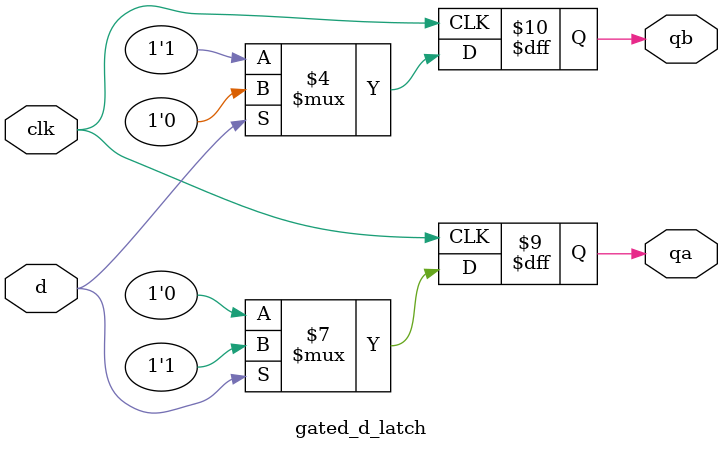
<source format=v>
`timescale 1ps/1ps
module gated_d_latch(d,clk,qa,qb);
	input d,clk;
	output reg qa,qb;

	always @(posedge clk)begin
		if(d==1)begin
			qa = 1;
			qb = 0;
		end
		else begin
			qa = 0;
			qb = 1;		
		end
	end			
endmodule

</source>
